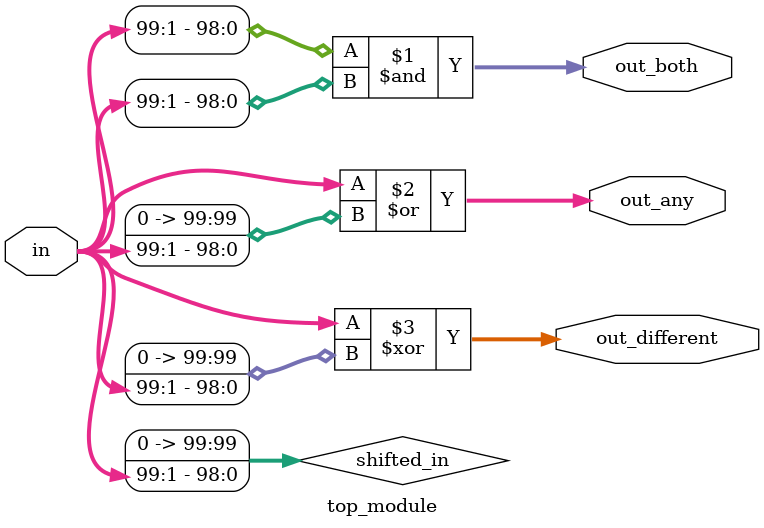
<source format=sv>
module top_module (
	input [99:0] in,
	output [98:0] out_both,
	output [99:0] out_any,
	output [99:0] out_different
);
	
	wire [99:0] shifted_in;

	// Generate the second input signal by shifting the first input signal to the right by 1 bit.
	assign shifted_in = {1'b0, in[99:1]};

    // Generate the out_both signal by performing a bit-wise AND operation between the input signals.
	assign out_both = in[99:1] & shifted_in[98:0];

	// Generate the out_any signal by performing a bit-wise OR operation between the input signals.
	assign out_any = in | shifted_in;

	// Generate the out_different signal by performing a bit-wise XOR operation between the input signals.
	assign out_different = in ^ shifted_in;

endmodule

</source>
